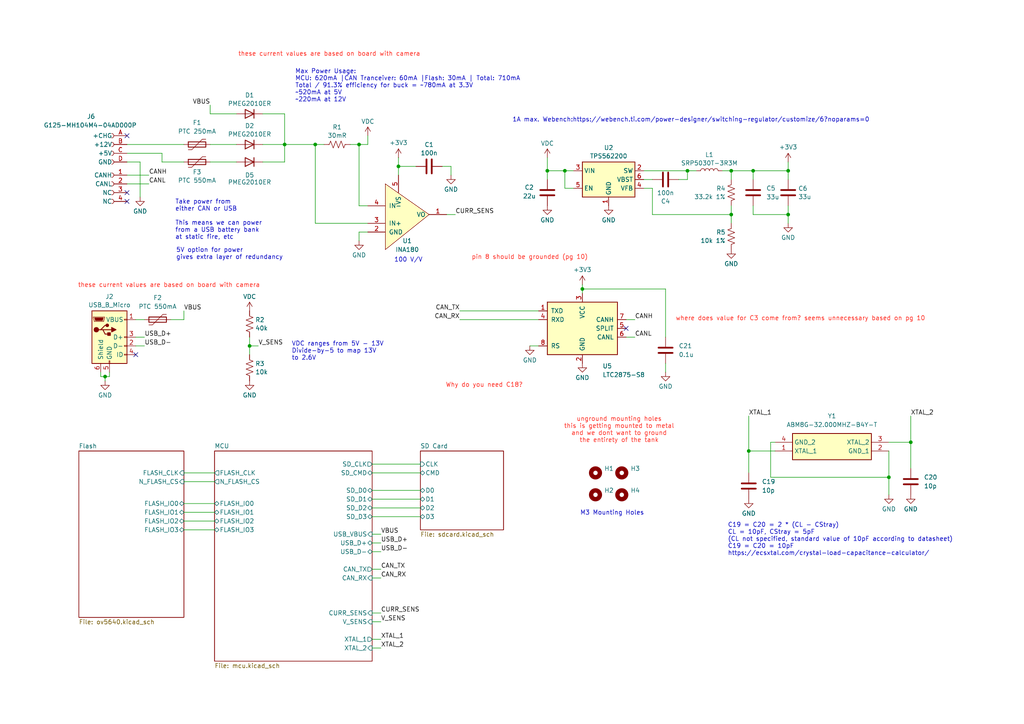
<source format=kicad_sch>
(kicad_sch (version 20250114) (generator "eeschema") (generator_version "9.0")
  (paper "A4")
  (lib_symbols
    (symbol "ABM8G-32_000MHZ-B4Y-T:ABM8G-32.000MHZ-B4Y-T"
      (property "Reference" "Y" (at 29.21 7.62 0))
      (property "Value" "ABM8G-32.000MHZ-B4Y-T" (at 29.21 5.08 0))
      (symbol "ABM8G-32.000MHZ-B4Y-T_1_1"
        (rectangle (start 5.08 2.54) (end 27.94 -5.08) (stroke (width 0.254)) (fill (type background)))
        (pin passive line (at 0 0 0) (length 5.08) (name "GND_2") (number "4"))
        (pin passive line (at 0 -2.54 0) (length 5.08) (name "XTAL_1") (number "1"))
        (pin passive line (at 33.02 0 180) (length 5.08) (name "XTAL_2") (number "3"))
        (pin passive line (at 33.02 -2.54 180) (length 5.08) (name "GND_1") (number "2"))
      )
    )
    (symbol "Connector:USB_B_Micro" (pin_names (offset 1.016))
      (property "Reference" "J" (at -5.08 11.43 0))
      (property "Value" "USB_B_Micro" (at -5.08 8.89 0))
      (symbol "USB_B_Micro_0_1"
        (rectangle (start -5.08 -7.62) (end 5.08 7.62) (stroke (width 0.254)) (fill (type background)))
        (polyline (pts (xy -4.699 5.842) (xy -4.699 5.588) (xy -4.445 4.826) (xy -4.445 4.572) (xy -1.651 4.572) (xy -1.651 4.826) (xy -1.397 5.588) (xy -1.397 5.842) (xy -4.699 5.842)))
        (polyline (pts (xy -4.318 5.588) (xy -1.778 5.588) (xy -2.032 4.826) (xy -4.064 4.826) (xy -4.318 5.588)) (fill (type outline)))
        (circle (center -3.81 2.159) (radius 0.635) (stroke (width 0.254)) (fill (type outline)))
        (polyline (pts (xy -3.175 2.159) (xy -2.54 2.159) (xy -1.27 3.429) (xy -0.635 3.429)) (stroke (width 0.254)))
        (polyline (pts (xy -2.54 2.159) (xy -1.905 2.159) (xy -1.27 0.889) (xy 0 0.889)) (stroke (width 0.254)))
        (polyline (pts (xy -1.905 2.159) (xy 0.635 2.159)) (stroke (width 0.254)))
        (circle (center -0.635 3.429) (radius 0.381) (stroke (width 0.254)) (fill (type outline)))
        (rectangle (start -0.127 -7.62) (end 0.127 -6.858))
        (rectangle (start 0.254 1.27) (end -0.508 0.508) (stroke (width 0.254)) (fill (type outline)))
        (polyline (pts (xy 0.635 2.794) (xy 0.635 1.524) (xy 1.905 2.159) (xy 0.635 2.794)) (stroke (width 0.254)) (fill (type outline)))
        (rectangle (start 5.08 4.953) (end 4.318 5.207))
        (rectangle (start 5.08 -0.127) (end 4.318 0.127))
        (rectangle (start 5.08 -2.667) (end 4.318 -2.413))
        (rectangle (start 5.08 -5.207) (end 4.318 -4.953))
      )
      (symbol "USB_B_Micro_1_1"
        (pin passive line (at -2.54 -10.16 90) (length 2.54) (name "Shield") (number "6"))
        (pin power_out line (at 0 -10.16 90) (length 2.54) (name "GND") (number "5"))
        (pin power_out line (at 7.62 5.08 180) (length 2.54) (name "VBUS") (number "1"))
        (pin bidirectional line (at 7.62 0 180) (length 2.54) (name "D+") (number "3"))
        (pin bidirectional line (at 7.62 -2.54 180) (length 2.54) (name "D-") (number "2"))
        (pin passive line (at 7.62 -5.08 180) (length 2.54) (name "ID") (number "4"))
      )
    )
    (symbol "Device:C" (pin_numbers (hide yes)) (pin_names (offset 0.254))
      (property "Reference" "C" (at 0.635 2.54 0))
      (property "Value" "C" (at 0.635 -2.54 0))
      (symbol "C_0_1"
        (polyline (pts (xy -2.032 0.762) (xy 2.032 0.762)) (stroke (width 0.508)))
        (polyline (pts (xy -2.032 -0.762) (xy 2.032 -0.762)) (stroke (width 0.508)))
      )
      (symbol "C_1_1"
        (pin passive line (at 0 3.81 270) (length 2.794) (name "~") (number "1"))
        (pin passive line (at 0 -3.81 90) (length 2.794) (name "~") (number "2"))
      )
    )
    (symbol "Device:D" (pin_numbers (hide yes)) (pin_names (offset 1.016) (hide yes))
      (property "Reference" "D" (at 0 2.54 0))
      (property "Value" "D" (at 0 -2.54 0))
      (symbol "D_0_1"
        (polyline (pts (xy -1.27 1.27) (xy -1.27 -1.27)) (stroke (width 0.254)))
        (polyline (pts (xy 1.27 1.27) (xy 1.27 -1.27) (xy -1.27 0) (xy 1.27 1.27)) (stroke (width 0.254)))
        (polyline (pts (xy 1.27 0) (xy -1.27 0)))
      )
      (symbol "D_1_1"
        (pin passive line (at -3.81 0 0) (length 2.54) (name "K") (number "1"))
        (pin passive line (at 3.81 0 180) (length 2.54) (name "A") (number "2"))
      )
    )
    (symbol "Device:L" (pin_numbers (hide yes)) (pin_names (offset 1.016) (hide yes))
      (property "Reference" "L" (at -1.27 0 90))
      (property "Value" "L" (at 1.905 0 90))
      (symbol "L_0_1"
        (arc (start 0 2.54) (mid 0.6323 1.905) (end 0 1.27))
        (arc (start 0 1.27) (mid 0.6323 0.635) (end 0 0))
        (arc (start 0 0) (mid 0.6323 -0.635) (end 0 -1.27))
        (arc (start 0 -1.27) (mid 0.6323 -1.905) (end 0 -2.54))
      )
      (symbol "L_1_1"
        (pin passive line (at 0 3.81 270) (length 1.27) (name "1") (number "1"))
        (pin passive line (at 0 -3.81 90) (length 1.27) (name "2") (number "2"))
      )
    )
    (symbol "Device:Polyfuse" (pin_numbers (hide yes)) (pin_names (offset 0))
      (property "Reference" "F" (at -2.54 0 90))
      (property "Value" "Polyfuse" (at 2.54 0 90))
      (symbol "Polyfuse_0_1"
        (polyline (pts (xy -1.524 2.54) (xy -1.524 1.524) (xy 1.524 -1.524) (xy 1.524 -2.54)))
        (rectangle (start -0.762 2.54) (end 0.762 -2.54) (stroke (width 0.254)))
        (polyline (pts (xy 0 2.54) (xy 0 -2.54)))
      )
      (symbol "Polyfuse_1_1"
        (pin passive line (at 0 3.81 270) (length 1.27) (name "~") (number "1"))
        (pin passive line (at 0 -3.81 90) (length 1.27) (name "~") (number "2"))
      )
    )
    (symbol "Device:R_US" (pin_numbers (hide yes)) (pin_names (offset 0))
      (property "Reference" "R" (at 2.54 0 90))
      (property "Value" "R_US" (at -2.54 0 90))
      (symbol "R_US_0_1"
        (polyline (pts (xy 0 2.286) (xy 0 2.54)))
        (polyline (pts (xy 0 2.286) (xy 1.016 1.905) (xy 0 1.524) (xy -1.016 1.143) (xy 0 0.762)))
        (polyline (pts (xy 0 0.762) (xy 1.016 0.381) (xy 0 0) (xy -1.016 -0.381) (xy 0 -0.762)))
        (polyline (pts (xy 0 -0.762) (xy 1.016 -1.143) (xy 0 -1.524) (xy -1.016 -1.905) (xy 0 -2.286)))
        (polyline (pts (xy 0 -2.286) (xy 0 -2.54)))
      )
      (symbol "R_US_1_1"
        (pin passive line (at 0 3.81 270) (length 1.27) (name "~") (number "1"))
        (pin passive line (at 0 -3.81 90) (length 1.27) (name "~") (number "2"))
      )
    )
    (symbol "Interface_CAN_LIN:LTC2875-S8" (pin_names (offset 1.016))
      (property "Reference" "U" (at -10.16 8.89 0))
      (property "Value" "LTC2875-S8" (at 2.54 8.89 0))
      (symbol "LTC2875-S8_0_1"
        (rectangle (start -10.16 7.62) (end 10.16 -7.62) (stroke (width 0.254)) (fill (type background)))
      )
      (symbol "LTC2875-S8_1_1"
        (pin input line (at -12.7 5.08 0) (length 2.54) (name "TXD") (number "1"))
        (pin output line (at -12.7 2.54 0) (length 2.54) (name "RXD") (number "4"))
        (pin input line (at -12.7 -5.08 0) (length 2.54) (name "RS") (number "8"))
        (pin power_in line (at 0 10.16 270) (length 2.54) (name "VCC") (number "3"))
        (pin power_in line (at 0 -10.16 90) (length 2.54) (name "GND") (number "2"))
        (pin bidirectional line (at 12.7 2.54 180) (length 2.54) (name "CANH") (number "7"))
        (pin input line (at 12.7 0 180) (length 2.54) (name "SPLIT") (number "5"))
        (pin bidirectional line (at 12.7 -2.54 180) (length 2.54) (name "CANL") (number "6"))
      )
    )
    (symbol "Mechanical:MountingHole" (pin_names (offset 1.016)) (in_bom no)
      (property "Reference" "H" (at 0 5.08 0))
      (property "Value" "MountingHole" (at 0 3.175 0))
      (symbol "MountingHole_0_1"
        (circle (center 0 0) (radius 1.27) (stroke (width 1.27)))
      )
    )
    (symbol "Regulator_Switching:TPS562200"
      (property "Reference" "U" (at -7.62 6.35 0))
      (property "Value" "TPS562200" (at -2.54 6.35 0))
      (symbol "TPS562200_0_1"
        (rectangle (start -7.62 5.08) (end 7.62 -5.08) (stroke (width 0.254)) (fill (type background)))
      )
      (symbol "TPS562200_1_1"
        (pin power_in line (at -10.16 2.54 0) (length 2.54) (name "VIN") (number "3"))
        (pin input line (at -10.16 -2.54 0) (length 2.54) (name "EN") (number "5"))
        (pin power_in line (at 0 -7.62 90) (length 2.54) (name "GND") (number "1"))
        (pin output line (at 10.16 2.54 180) (length 2.54) (name "SW") (number "2"))
        (pin passive line (at 10.16 0 180) (length 2.54) (name "VBST") (number "6"))
        (pin input line (at 10.16 -2.54 180) (length 2.54) (name "VFB") (number "4"))
      )
    )
    (symbol "canhw:G125-MH104M4-04AD000P"
      (property "Reference" "J" (at 0 2.032 0))
      (property "Value" "G125-MH104M4-04AD000P" (at 0 0 0))
      (symbol "G125-MH104M4-04AD000P_0_1"
        (arc (start -1.905 -3.175) (mid -1.27 -3.81) (end -1.905 -4.445))
        (arc (start -1.905 -5.715) (mid -1.27 -6.35) (end -1.905 -6.985))
        (arc (start -1.905 -8.255) (mid -1.27 -8.89) (end -1.905 -9.525))
        (arc (start -1.905 -10.795) (mid -1.27 -11.43) (end -1.905 -12.065))
        (arc (start -1.905 -14.605) (mid -1.27 -15.24) (end -1.905 -15.875))
        (arc (start -1.905 -17.145) (mid -1.27 -17.78) (end -1.905 -18.415))
        (arc (start -1.905 -19.685) (mid -1.27 -20.32) (end -1.905 -20.955))
        (arc (start -1.905 -22.225) (mid -1.27 -22.86) (end -1.905 -23.495))
      )
      (symbol "G125-MH104M4-04AD000P_1_1"
        (pin input line (at 2.54 -3.81 180) (length 3.81) (name "+CHG") (number "A"))
        (pin input line (at 2.54 -6.35 180) (length 3.81) (name "+12V") (number "B"))
        (pin input line (at 2.54 -8.89 180) (length 3.81) (name "+5V") (number "C"))
        (pin input line (at 2.54 -11.43 180) (length 3.81) (name "GND") (number "D"))
        (pin input line (at 2.54 -15.24 180) (length 3.81) (name "CANH") (number "1"))
        (pin input line (at 2.54 -17.78 180) (length 3.81) (name "CANL") (number "2"))
        (pin input line (at 2.54 -20.32 180) (length 3.81) (name "NC") (number "3"))
        (pin input line (at 2.54 -22.86 180) (length 3.81) (name "NC") (number "4"))
      )
    )
    (symbol "canhw:INA180" (pin_names (offset 1.016))
      (property "Reference" "U" (at -5.08 13.97 0))
      (property "Value" "INA180" (at -11.43 15.24 0))
      (symbol "INA180_0_1"
        (polyline (pts (xy -7.62 8.89) (xy -7.62 -10.16) (xy 5.08 0)) (fill (type background)))
        (polyline (pts (xy 5.08 0) (xy -7.62 8.89)))
      )
      (symbol "INA180_1_1"
        (pin input line (at -12.7 2.54 0) (length 5.08) (name "IN-") (number "4"))
        (pin input line (at -12.7 -2.54 0) (length 5.08) (name "IN+") (number "3"))
        (pin power_in line (at -12.7 -5.08 0) (length 5.08) (name "GND") (number "2"))
        (pin power_in line (at -3.81 11.43 270) (length 5.08) (name "VS") (number "5"))
        (pin output line (at 10.16 0 180) (length 5.08) (name "VO") (number "1"))
      )
    )
    (symbol "power:+3.3V" (power) (pin_numbers (hide yes)) (pin_names (offset 0) (hide yes))
      (property "Value" "+3.3V" (at 0 3.556 0))
      (symbol "+3.3V_0_1"
        (polyline (pts (xy -0.762 1.27) (xy 0 2.54)))
        (polyline (pts (xy 0 2.54) (xy 0.762 1.27)))
        (polyline (pts (xy 0 0) (xy 0 2.54)))
      )
      (symbol "+3.3V_1_1"
        (pin power_in line (at 0 0 90) (length 0) (name "~") (number "1"))
      )
    )
    (symbol "power:GND" (power) (pin_names (offset 0))
      (property "Value" "GND" (at 0 -3.81 0))
      (symbol "GND_0_1"
        (polyline (pts (xy 0 0) (xy 0 -1.27) (xy 1.27 -1.27) (xy 0 -2.54) (xy -1.27 -1.27) (xy 0 -1.27)))
      )
      (symbol "GND_1_1"
        (pin power_in line (at 0 0 270) (length 0) (hide yes) (name "GND") (number "1"))
      )
    )
    (symbol "power:VDC" (power) (pin_names (offset 0))
      (property "Value" "VDC" (at 0 6.35 0))
      (symbol "VDC_0_1"
        (polyline (pts (xy -0.762 1.27) (xy 0 2.54)))
        (polyline (pts (xy 0 2.54) (xy 0.762 1.27)))
        (polyline (pts (xy 0 0) (xy 0 2.54)))
      )
      (symbol "VDC_1_1"
        (pin power_in line (at 0 0 90) (length 0) (hide yes) (name "VDC") (number "1"))
      )
    )
  )
  (text "unground mounting holes\nthis is getting mounted to metal\nand we dont want to ground\nthe entirety of the tank" (at 179.578 124.714 0) (effects (font (size 1.27 1.27))))
  (text "5V option for power\ngives extra layer of redundancy\n" (at 51.054 73.66 0) (effects (font (size 1.27 1.27)) (justify left)))
  (text "pin 8 should be grounded (pg 10)" (at 153.67 74.676 0) (effects (font (size 1.27 1.27))))
  (text "C19 = C20 = 2 * (CL - CStray)\nCL = 10pF, CStray = 5pF \n(CL not specified, standard value of 10pF according to datasheet)\nC19 = C20 = 10pF\nhttps://ecsxtal.com/crystal-load-capacitance-calculator/" (at 211.074 156.464 0) (effects (font (size 1.27 1.27)) (justify left)))
  (text "VDC ranges from 5V - 13V\nDivide-by-5 to map 13V\nto 2.6V" (at 84.582 104.648 0) (effects (font (size 1.27 1.27)) (justify left bottom)))
  (text "these current values are based on board with camera" (at 95.504 15.748 0) (effects (font (size 1.27 1.27))))
  (text "100 V/V" (at 114.3 76.2 0) (effects (font (size 1.27 1.27)) (justify left bottom)))
  (text "these current values are based on board with camera" (at 49.022 82.804 0) (effects (font (size 1.27 1.27))))
  (text "Why do you need C18?" (at 140.462 111.76 0) (effects (font (size 1.27 1.27))))
  (text "1A max. Webench:https://webench.ti.com/power-designer/switching-regulator/customize/6?noparams=0" (at 148.59 35.56 0) (effects (font (size 1.27 1.27)) (justify left bottom)))
  (text "M3 Mounting Holes" (at 177.546 148.844 0) (effects (font (size 1.27 1.27))))
  (text "Max Power Usage:\nMCU: 620mA |CAN Tranceiver: 60mA |Flash: 30mA | Total: 710mA\nTotal / 91.3% efficiency for buck = ~780mA at 3.3V\n~520mA at 5V\n~220mA at 12V" (at 85.598 24.892 0) (effects (font (size 1.27 1.27)) (justify left)))
  (text "where does value for C3 come from? seems unnecessary based on pg 10" (at 232.156 92.456 0) (effects (font (size 1.27 1.27))))
  (text "Take power from\neither CAN or USB\n\nThis means we can power\nfrom a USB battery bank\nat static fire, etc" (at 50.8 69.596 0) (effects (font (size 1.27 1.27)) (justify left bottom)))
  (junction (at 257.81 138.43))
  (junction (at 218.44 49.53))
  (junction (at 30.48 109.22))
  (junction (at 212.09 62.23))
  (junction (at 72.39 100.33))
  (junction (at 115.57 48.26))
  (junction (at 168.91 83.82))
  (junction (at 212.09 49.53))
  (junction (at 199.39 49.53))
  (junction (at 228.6 49.53))
  (junction (at 158.75 49.53))
  (junction (at 91.44 41.91))
  (junction (at 217.17 130.81))
  (junction (at 104.14 41.91))
  (junction (at 82.55 41.91))
  (junction (at 264.16 128.27))
  (junction (at 163.83 49.53))
  (junction (at 228.6 62.23))
  (no_connect (at 36.83 55.88))
  (no_connect (at 36.83 39.37))
  (no_connect (at 36.83 58.42))
  (no_connect (at 181.61 95.25))
  (no_connect (at 39.37 102.87))
  (wire (pts (xy 181.61 97.79) (xy 184.15 97.79)))
  (wire (pts (xy 60.96 30.48) (xy 60.96 33.02)))
  (wire (pts (xy 107.95 187.96) (xy 110.49 187.96)))
  (wire (pts (xy 166.37 49.53) (xy 163.83 49.53)))
  (wire (pts (xy 30.48 109.22) (xy 30.48 110.49)))
  (wire (pts (xy 218.44 49.53) (xy 218.44 52.07)))
  (wire (pts (xy 43.18 50.8) (xy 36.83 50.8)))
  (wire (pts (xy 264.16 128.27) (xy 257.81 128.27)))
  (wire (pts (xy 158.75 49.53) (xy 163.83 49.53)))
  (wire (pts (xy 228.6 62.23) (xy 228.6 64.77)))
  (wire (pts (xy 257.81 138.43) (xy 257.81 130.81)))
  (wire (pts (xy 133.35 92.71) (xy 156.21 92.71)))
  (wire (pts (xy 36.83 44.45) (xy 46.99 44.45)))
  (wire (pts (xy 158.75 49.53) (xy 158.75 52.07)))
  (wire (pts (xy 218.44 62.23) (xy 228.6 62.23)))
  (wire (pts (xy 60.96 41.91) (xy 68.58 41.91)))
  (wire (pts (xy 31.75 107.95) (xy 31.75 109.22)))
  (wire (pts (xy 53.34 139.7) (xy 62.23 139.7)))
  (wire (pts (xy 212.09 62.23) (xy 212.09 64.77)))
  (wire (pts (xy 72.39 97.79) (xy 72.39 100.33)))
  (wire (pts (xy 199.39 49.53) (xy 201.93 49.53)))
  (wire (pts (xy 228.6 46.99) (xy 228.6 49.53)))
  (wire (pts (xy 199.39 52.07) (xy 196.85 52.07)))
  (wire (pts (xy 168.91 83.82) (xy 168.91 85.09)))
  (wire (pts (xy 30.48 109.22) (xy 31.75 109.22)))
  (wire (pts (xy 101.6 41.91) (xy 104.14 41.91)))
  (wire (pts (xy 53.34 137.16) (xy 62.23 137.16)))
  (wire (pts (xy 110.49 160.02) (xy 107.95 160.02)))
  (wire (pts (xy 133.35 90.17) (xy 156.21 90.17)))
  (wire (pts (xy 107.95 144.78) (xy 121.92 144.78)))
  (wire (pts (xy 53.34 153.67) (xy 62.23 153.67)))
  (wire (pts (xy 107.95 180.34) (xy 110.49 180.34)))
  (wire (pts (xy 82.55 41.91) (xy 82.55 33.02)))
  (wire (pts (xy 46.99 46.99) (xy 53.34 46.99)))
  (wire (pts (xy 107.95 149.86) (xy 121.92 149.86)))
  (wire (pts (xy 36.83 46.99) (xy 40.64 46.99)))
  (wire (pts (xy 46.99 44.45) (xy 46.99 46.99)))
  (wire (pts (xy 115.57 45.72) (xy 115.57 48.26)))
  (wire (pts (xy 257.81 138.43) (xy 257.81 143.51)))
  (wire (pts (xy 53.34 146.05) (xy 62.23 146.05)))
  (wire (pts (xy 218.44 59.69) (xy 218.44 62.23)))
  (wire (pts (xy 53.34 148.59) (xy 62.23 148.59)))
  (wire (pts (xy 130.81 50.8) (xy 130.81 48.26)))
  (wire (pts (xy 53.34 151.13) (xy 62.23 151.13)))
  (wire (pts (xy 104.14 67.31) (xy 106.68 67.31)))
  (wire (pts (xy 158.75 45.72) (xy 158.75 49.53)))
  (wire (pts (xy 189.23 62.23) (xy 212.09 62.23)))
  (wire (pts (xy 212.09 49.53) (xy 218.44 49.53)))
  (wire (pts (xy 168.91 82.55) (xy 168.91 83.82)))
  (wire (pts (xy 72.39 100.33) (xy 72.39 102.87)))
  (wire (pts (xy 107.95 154.94) (xy 110.49 154.94)))
  (wire (pts (xy 107.95 137.16) (xy 121.92 137.16)))
  (wire (pts (xy 41.91 97.79) (xy 39.37 97.79)))
  (wire (pts (xy 76.2 41.91) (xy 82.55 41.91)))
  (wire (pts (xy 29.21 109.22) (xy 30.48 109.22)))
  (wire (pts (xy 199.39 52.07) (xy 199.39 49.53)))
  (wire (pts (xy 43.18 53.34) (xy 36.83 53.34)))
  (wire (pts (xy 107.95 165.1) (xy 110.49 165.1)))
  (wire (pts (xy 39.37 92.71) (xy 41.91 92.71)))
  (wire (pts (xy 193.04 83.82) (xy 193.04 97.79)))
  (wire (pts (xy 104.14 69.85) (xy 104.14 67.31)))
  (wire (pts (xy 153.67 100.33) (xy 156.21 100.33)))
  (wire (pts (xy 228.6 59.69) (xy 228.6 62.23)))
  (wire (pts (xy 110.49 157.48) (xy 107.95 157.48)))
  (wire (pts (xy 193.04 105.41) (xy 193.04 107.95)))
  (wire (pts (xy 107.95 134.62) (xy 121.92 134.62)))
  (wire (pts (xy 41.91 100.33) (xy 39.37 100.33)))
  (wire (pts (xy 82.55 46.99) (xy 82.55 41.91)))
  (wire (pts (xy 53.34 92.71) (xy 49.53 92.71)))
  (wire (pts (xy 217.17 130.81) (xy 224.79 130.81)))
  (wire (pts (xy 163.83 54.61) (xy 166.37 54.61)))
  (wire (pts (xy 53.34 90.17) (xy 53.34 92.71)))
  (wire (pts (xy 130.81 48.26) (xy 128.27 48.26)))
  (wire (pts (xy 264.16 120.65) (xy 264.16 128.27)))
  (wire (pts (xy 228.6 52.07) (xy 228.6 49.53)))
  (wire (pts (xy 228.6 49.53) (xy 218.44 49.53)))
  (wire (pts (xy 36.83 41.91) (xy 53.34 41.91)))
  (wire (pts (xy 60.96 46.99) (xy 68.58 46.99)))
  (wire (pts (xy 217.17 130.81) (xy 217.17 137.16)))
  (wire (pts (xy 163.83 49.53) (xy 163.83 54.61)))
  (wire (pts (xy 106.68 39.37) (xy 106.68 41.91)))
  (wire (pts (xy 168.91 83.82) (xy 193.04 83.82)))
  (wire (pts (xy 189.23 52.07) (xy 186.69 52.07)))
  (wire (pts (xy 107.95 147.32) (xy 121.92 147.32)))
  (wire (pts (xy 212.09 52.07) (xy 212.09 49.53)))
  (wire (pts (xy 223.52 138.43) (xy 257.81 138.43)))
  (wire (pts (xy 106.68 64.77) (xy 91.44 64.77)))
  (wire (pts (xy 40.64 57.15) (xy 40.64 46.99)))
  (wire (pts (xy 264.16 128.27) (xy 264.16 135.89)))
  (wire (pts (xy 223.52 128.27) (xy 224.79 128.27)))
  (wire (pts (xy 104.14 59.69) (xy 104.14 41.91)))
  (wire (pts (xy 29.21 107.95) (xy 29.21 109.22)))
  (wire (pts (xy 189.23 54.61) (xy 189.23 62.23)))
  (wire (pts (xy 186.69 54.61) (xy 189.23 54.61)))
  (wire (pts (xy 72.39 100.33) (xy 74.93 100.33)))
  (wire (pts (xy 107.95 177.8) (xy 110.49 177.8)))
  (wire (pts (xy 181.61 92.71) (xy 184.15 92.71)))
  (wire (pts (xy 223.52 128.27) (xy 223.52 138.43)))
  (wire (pts (xy 132.08 62.23) (xy 129.54 62.23)))
  (wire (pts (xy 76.2 46.99) (xy 82.55 46.99)))
  (wire (pts (xy 186.69 49.53) (xy 199.39 49.53)))
  (wire (pts (xy 209.55 49.53) (xy 212.09 49.53)))
  (wire (pts (xy 82.55 33.02) (xy 76.2 33.02)))
  (wire (pts (xy 107.95 167.64) (xy 110.49 167.64)))
  (wire (pts (xy 212.09 59.69) (xy 212.09 62.23)))
  (wire (pts (xy 106.68 59.69) (xy 104.14 59.69)))
  (wire (pts (xy 104.14 41.91) (xy 106.68 41.91)))
  (wire (pts (xy 91.44 41.91) (xy 93.98 41.91)))
  (wire (pts (xy 82.55 41.91) (xy 91.44 41.91)))
  (wire (pts (xy 60.96 33.02) (xy 68.58 33.02)))
  (wire (pts (xy 107.95 142.24) (xy 121.92 142.24)))
  (wire (pts (xy 91.44 64.77) (xy 91.44 41.91)))
  (wire (pts (xy 115.57 48.26) (xy 120.65 48.26)))
  (wire (pts (xy 115.57 48.26) (xy 115.57 50.8)))
  (wire (pts (xy 217.17 120.65) (xy 217.17 130.81)))
  (wire (pts (xy 107.95 185.42) (xy 110.49 185.42)))
  (label "CANH" (at 184.15 92.71 0))
  (label "USB_D-" (at 41.91 100.33 0))
  (label "USB_D-" (at 110.49 160.02 0))
  (label "CAN_TX" (at 110.49 165.1 0))
  (label "XTAL_1" (at 110.49 185.42 0))
  (label "VBUS" (at 60.96 30.48 180))
  (label "VBUS" (at 53.34 90.17 0))
  (label "VBUS" (at 110.49 154.94 0))
  (label "CANL" (at 43.18 53.34 0))
  (label "CAN_TX" (at 133.35 90.17 180))
  (label "USB_D+" (at 41.91 97.79 0))
  (label "CURR_SENS" (at 132.08 62.23 0))
  (label "CANL" (at 184.15 97.79 0))
  (label "XTAL_1" (at 217.17 120.65 0))
  (label "CANH" (at 43.18 50.8 0))
  (label "XTAL_2" (at 264.16 120.65 0))
  (label "V_SENS" (at 74.93 100.33 0))
  (label "CAN_RX" (at 110.49 167.64 0))
  (label "CURR_SENS" (at 110.49 177.8 0))
  (label "XTAL_2" (at 110.49 187.96 0))
  (label "CAN_RX" (at 133.35 92.71 180))
  (label "V_SENS" (at 110.49 180.34 0))
  (label "USB_D+" (at 110.49 157.48 0))
  (symbol (lib_id "Device:Polyfuse") (at 57.15 46.99 90) (unit 1)
    (property "Reference" "F3" (at 57.15 49.8998 90))
    (property "Value" "PTC 550mA" (at 57.15 52.324 90))
    (property "Footprint" "Fuse:Fuse_1206_3216Metric_Pad1.42x1.75mm_HandSolder" (effects (hide yes)))
  )
  (symbol (lib_id "power:GND") (at 40.64 57.15 0) (unit 1)
    (property "Reference" "#PWR03" (effects (hide yes)))
    (property "Value" "GND" (at 40.64 61.2831 0))
  )
  (symbol (lib_id "power:GND") (at 257.81 143.51 0) (unit 1)
    (property "Reference" "#PWR038" (effects (hide yes)))
    (property "Value" "GND" (at 257.81 147.6431 0))
  )
  (symbol (lib_id "Device:L") (at 205.74 49.53 90) (unit 1)
    (property "Reference" "L1" (at 205.74 44.8804 90))
    (property "Value" "SRP5030T-3R3M" (at 205.74 47.3046 90))
    (property "Footprint" "Inductor_SMD:L_Bourns_SRP5030T" (effects (hide yes)))
  )
  (symbol (lib_id "power:GND") (at 217.17 144.78 0) (unit 1)
    (property "Reference" "#PWR037" (effects (hide yes)))
    (property "Value" "GND" (at 217.17 148.9131 0))
  )
  (symbol (lib_id "power:GND") (at 212.09 72.39 0) (unit 1)
    (property "Reference" "#PWR017" (effects (hide yes)))
    (property "Value" "GND" (at 212.09 76.5231 0))
  )
  (symbol (lib_id "Device:D") (at 72.39 46.99 180) (unit 1)
    (property "Reference" "D5" (at 72.39 50.8 0))
    (property "Value" "PMEG2010ER" (at 72.39 52.832 0))
    (property "Footprint" "Diode_SMD:Nexperia_CFP3_SOD-123W" (effects (hide yes)))
    (property "Datasheet" "https://assets.nexperia.com/documents/data-sheet/PMEG2010ER.pdf" (effects (hide yes)))
    (property "Sim.Device" "D" (effects (hide yes)))
    (property "Sim.Pins" "1=K 2=A" (effects (hide yes)))
  )
  (symbol (lib_id "power:GND") (at 72.39 110.49 0) (unit 1)
    (property "Reference" "#PWR05" (effects (hide yes)))
    (property "Value" "GND" (at 72.39 114.6231 0))
  )
  (symbol (lib_id "canhw:INA180") (at 119.38 62.23 0) (unit 1)
    (property "Reference" "U1" (at 118.11 69.85 0))
    (property "Value" "INA180" (at 118.11 72.39 0))
    (property "Footprint" "Package_TO_SOT_SMD:SOT-23-5_HandSoldering" (effects (hide yes)))
    (property "Datasheet" "http://www.ti.com/lit/ds/symlink/ina180.pdf" (effects (hide yes)))
  )
  (symbol (lib_id "power:GND") (at 228.6 64.77 0) (unit 1)
    (property "Reference" "#PWR019" (effects (hide yes)))
    (property "Value" "GND" (at 228.6 68.9031 0))
  )
  (symbol (lib_id "power:GND") (at 30.48 110.49 0) (unit 1)
    (property "Reference" "#PWR01" (effects (hide yes)))
    (property "Value" "GND" (at 30.48 114.6231 0))
  )
  (symbol (lib_id "Device:C") (at 228.6 55.88 0) (unit 1)
    (property "Reference" "C6" (at 231.521 54.6679 0) (effects (justify left)))
    (property "Value" "33u" (at 231.521 57.0921 0) (effects (justify left)))
    (property "Footprint" "Capacitor_SMD:C_0603_1608Metric_Pad1.08x0.95mm_HandSolder" (effects (hide yes)))
  )
  (symbol (lib_id "power:GND") (at 158.75 59.69 0) (mirror y) (unit 1)
    (property "Reference" "#PWR011" (effects (hide yes)))
    (property "Value" "GND" (at 158.75 63.8231 0))
  )
  (symbol (lib_id "power:GND") (at 153.67 100.33 0) (unit 1)
    (property "Reference" "#PWR02" (effects (hide yes)))
    (property "Value" "GND" (at 153.67 104.4631 0))
  )
  (symbol (lib_id "Interface_CAN_LIN:LTC2875-S8") (at 168.91 95.25 0) (unit 1)
    (property "Reference" "U5" (at 174.752 106.172 0) (effects (justify left)))
    (property "Value" "LTC2875-S8" (at 174.752 108.712 0) (effects (justify left)))
    (property "Footprint" "Package_SO:SOIC-8_3.9x4.9mm_P1.27mm" (effects (hide yes)))
    (property "Datasheet" "https://www.analog.com/media/en/technical-documentation/data-sheets/2875f.pdf" (effects (hide yes)))
    (property "Description" "High-Speed CAN Transceiver, 4Mbps, 3.3V or 5V supply, SOIC-8" (effects (hide yes)))
  )
  (symbol (lib_id "power:GND") (at 176.53 59.69 0) (unit 1)
    (property "Reference" "#PWR013" (effects (hide yes)))
    (property "Value" "GND" (at 176.53 63.8231 0))
  )
  (symbol (lib_id "Device:Polyfuse") (at 57.15 41.91 90) (unit 1)
    (property "Reference" "F1" (at 57.15 35.56 90))
    (property "Value" "PTC 250mA" (at 57.15 38.1 90))
    (property "Footprint" "Fuse:Fuse_1206_3216Metric_Pad1.42x1.75mm_HandSolder" (effects (hide yes)))
  )
  (symbol (lib_id "power:+3.3V") (at 115.57 45.72 0) (unit 1)
    (property "Reference" "#PWR08" (effects (hide yes)))
    (property "Value" "+3V3" (at 115.57 41.402 0))
    (property "Description" "Power symbol creates a global label with name \"+3.3V\"" (effects (hide yes)))
  )
  (symbol (lib_id "Mechanical:MountingHole") (at 180.34 137.16 0) (unit 1) (in_bom no)
    (property "Reference" "H3" (at 182.88 135.8899 0) (effects (justify left)))
    (property "Value" "MountingHole" (effects (hide yes)))
    (property "Footprint" "MountingHole:MountingHole_3.2mm_M3" (effects (hide yes)))
    (property "Description" "Mounting Hole without connection" (effects (hide yes)))
  )
  (symbol (lib_id "Device:C") (at 217.17 140.97 0) (unit 1)
    (property "Reference" "C19" (at 220.98 139.6999 0) (effects (justify left)))
    (property "Value" "10p" (at 220.98 142.2399 0) (effects (justify left)))
    (property "Footprint" "Capacitor_SMD:C_0603_1608Metric_Pad1.08x0.95mm_HandSolder" (effects (hide yes)))
  )
  (symbol (lib_id "Device:D") (at 72.39 33.02 180) (unit 1)
    (property "Reference" "D1" (at 72.39 27.6057 0))
    (property "Value" "PMEG2010ER" (at 72.39 30.0299 0))
    (property "Footprint" "Diode_SMD:Nexperia_CFP3_SOD-123W" (effects (hide yes)))
    (property "Datasheet" "https://assets.nexperia.com/documents/data-sheet/PMEG2010ER.pdf" (effects (hide yes)))
    (property "Sim.Device" "D" (effects (hide yes)))
    (property "Sim.Pins" "1=K 2=A" (effects (hide yes)))
  )
  (symbol (lib_id "ABM8G-32_000MHZ-B4Y-T:ABM8G-32.000MHZ-B4Y-T") (at 224.79 128.27 0) (unit 1)
    (property "Reference" "Y1" (at 241.3 120.65 0))
    (property "Value" "ABM8G-32.000MHZ-B4Y-T" (at 241.3 123.19 0))
    (property "Footprint" "Crystal:Crystal_SMD_Abracon_ABM8AIG-4Pin_3.2x2.5mm" (effects (hide yes)))
    (property "Datasheet" "https://abracon.com/Resonators/ABM8G.pdf" (effects (hide yes)))
    (property "Description" "32 MHz +/-30ppm Crystal 10pF 50 Ohms 4-SMD, No Lead" (effects (hide yes)))
    (property "Height" "1" (effects (hide yes)))
    (property "Manufacturer_Name" "ABRACON" (effects (hide yes)))
    (property "Manufacturer_Part_Number" "ABM8G-32.000MHZ-B4Y-T" (effects (hide yes)))
  )
  (symbol (lib_id "power:+3.3V") (at 228.6 46.99 0) (unit 1)
    (property "Reference" "#PWR016" (effects (hide yes)))
    (property "Value" "+3V3" (at 228.6 42.672 0))
    (property "Description" "Power symbol creates a global label with name \"+3.3V\"" (effects (hide yes)))
  )
  (symbol (lib_id "Device:R_US") (at 212.09 68.58 0) (mirror y) (unit 1)
    (property "Reference" "R5" (at 210.439 67.3679 0) (effects (justify left)))
    (property "Value" "10k 1%" (at 210.439 69.7921 0) (effects (justify left)))
    (property "Footprint" "Resistor_SMD:R_0603_1608Metric_Pad0.98x0.95mm_HandSolder" (effects (hide yes)))
  )
  (symbol (lib_id "Mechanical:MountingHole") (at 172.72 143.51 0) (unit 1) (in_bom no)
    (property "Reference" "H2" (at 175.26 142.2399 0) (effects (justify left)))
    (property "Value" "MountingHole" (effects (hide yes)))
    (property "Footprint" "MountingHole:MountingHole_3.2mm_M3" (effects (hide yes)))
    (property "Description" "Mounting Hole without connection" (effects (hide yes)))
  )
  (symbol (lib_id "Device:C") (at 193.04 52.07 90) (mirror x) (unit 1)
    (property "Reference" "C4" (at 193.04 58.3733 90))
    (property "Value" "100n" (at 193.04 55.9491 90))
    (property "Footprint" "Capacitor_SMD:C_0603_1608Metric_Pad1.08x0.95mm_HandSolder" (effects (hide yes)))
  )
  (symbol (lib_id "power:VDC") (at 106.68 39.37 0) (unit 1)
    (property "Reference" "#PWR07" (effects (hide yes)))
    (property "Value" "VDC" (at 106.68 35.2369 0))
  )
  (symbol (lib_id "Device:C") (at 193.04 101.6 0) (unit 1)
    (property "Reference" "C21" (at 196.85 100.3299 0) (effects (justify left)))
    (property "Value" "0.1u" (at 196.85 102.8699 0) (effects (justify left)))
    (property "Footprint" "Capacitor_SMD:C_0603_1608Metric_Pad1.08x0.95mm_HandSolder" (effects (hide yes)))
  )
  (symbol (lib_id "Mechanical:MountingHole") (at 180.34 143.51 0) (unit 1) (in_bom no)
    (property "Reference" "H4" (at 182.88 142.2399 0) (effects (justify left)))
    (property "Value" "MountingHole" (effects (hide yes)))
    (property "Footprint" "MountingHole:MountingHole_3.2mm_M3" (effects (hide yes)))
    (property "Description" "Mounting Hole without connection" (effects (hide yes)))
  )
  (symbol (lib_id "power:VDC") (at 72.39 90.17 0) (unit 1)
    (property "Reference" "#PWR04" (effects (hide yes)))
    (property "Value" "VDC" (at 72.39 86.0369 0))
  )
  (symbol (lib_id "canhw:G125-MH104M4-04AD000P") (at 34.29 35.56 0) (unit 1)
    (property "Reference" "J6" (at 26.416 33.782 0))
    (property "Value" "G125-MH104M4-04AD000P" (at 26.162 36.322 0))
    (property "Footprint" "canhw_footprints:connector_Harwin_G125-MH104M4-04AD000P" (effects (hide yes)))
    (property "Datasheet" "https://content.harwin.com/m/91a65d72bc24bdea/original/DRG-03150-Technical-Drawing-Datasheet-G125-MH1XXM4-XXAD000P-pdf.pdf" (effects (hide yes)))
    (property "Description" "4+4 Pos. Male Horizontal Throughboard Conn. Screw-Lok Board Mount" (effects (hide yes)))
  )
  (symbol (lib_id "Connector:USB_B_Micro") (at 31.75 97.79 0) (unit 1)
    (property "Reference" "J2" (at 31.75 86.0257 0))
    (property "Value" "USB_B_Micro" (at 31.75 88.4499 0))
    (property "Footprint" "Connector_USB:USB_Micro-B_Molex_47346-0001" (effects (hide yes)))
  )
  (symbol (lib_id "Device:R_US") (at 212.09 55.88 0) (mirror y) (unit 1)
    (property "Reference" "R4" (at 210.439 54.6679 0) (effects (justify left)))
    (property "Value" "33.2k 1%" (at 210.439 57.0921 0) (effects (justify left)))
    (property "Footprint" "Resistor_SMD:R_0603_1608Metric_Pad0.98x0.95mm_HandSolder" (effects (hide yes)))
  )
  (symbol (lib_id "Device:C") (at 158.75 55.88 0) (mirror y) (unit 1)
    (property "Reference" "C2" (at 152.146 54.356 0) (effects (justify right)))
    (property "Value" "22u" (at 151.638 56.896 0) (effects (justify right)))
    (property "Footprint" "Capacitor_SMD:C_0603_1608Metric_Pad1.08x0.95mm_HandSolder" (effects (hide yes)))
  )
  (symbol (lib_id "Mechanical:MountingHole") (at 172.72 137.16 0) (unit 1) (in_bom no)
    (property "Reference" "H1" (at 175.26 135.8899 0) (effects (justify left)))
    (property "Value" "MountingHole" (effects (hide yes)))
    (property "Footprint" "MountingHole:MountingHole_3.2mm_M3" (effects (hide yes)))
    (property "Description" "Mounting Hole without connection" (effects (hide yes)))
  )
  (symbol (lib_id "power:GND") (at 104.14 69.85 0) (unit 1)
    (property "Reference" "#PWR06" (effects (hide yes)))
    (property "Value" "GND" (at 104.14 73.9831 0))
  )
  (symbol (lib_id "Device:C") (at 218.44 55.88 0) (unit 1)
    (property "Reference" "C5" (at 222.25 54.6099 0) (effects (justify left)))
    (property "Value" "33u" (at 222.25 57.1499 0) (effects (justify left)))
    (property "Footprint" "Capacitor_SMD:C_0603_1608Metric_Pad1.08x0.95mm_HandSolder" (effects (hide yes)))
  )
  (symbol (lib_id "Device:R_US") (at 97.79 41.91 90) (unit 1)
    (property "Reference" "R1" (at 97.79 36.8767 90))
    (property "Value" "30mR" (at 97.79 39.3009 90))
    (property "Footprint" "Resistor_SMD:R_0603_1608Metric_Pad0.98x0.95mm_HandSolder" (effects (hide yes)))
  )
  (symbol (lib_id "power:GND") (at 168.91 105.41 0) (unit 1)
    (property "Reference" "#PWR040" (effects (hide yes)))
    (property "Value" "GND" (at 168.91 109.5431 0))
  )
  (symbol (lib_id "Device:D") (at 72.39 41.91 180) (unit 1)
    (property "Reference" "D2" (at 72.39 36.4957 0))
    (property "Value" "PMEG2010ER" (at 72.39 38.9199 0))
    (property "Footprint" "Diode_SMD:Nexperia_CFP3_SOD-123W" (effects (hide yes)))
    (property "Datasheet" "https://assets.nexperia.com/documents/data-sheet/PMEG2010ER.pdf" (effects (hide yes)))
    (property "Sim.Device" "D" (effects (hide yes)))
    (property "Sim.Pins" "1=K 2=A" (effects (hide yes)))
  )
  (symbol (lib_id "Device:C") (at 124.46 48.26 90) (unit 1)
    (property "Reference" "C1" (at 124.46 41.9567 90))
    (property "Value" "100n" (at 124.46 44.3809 90))
    (property "Footprint" "Capacitor_SMD:C_0603_1608Metric_Pad1.08x0.95mm_HandSolder" (effects (hide yes)))
  )
  (symbol (lib_id "Regulator_Switching:TPS562200") (at 176.53 52.07 0) (unit 1)
    (property "Reference" "U2" (at 176.53 42.8457 0))
    (property "Value" "TPS562200" (at 176.53 45.2699 0))
    (property "Footprint" "Package_TO_SOT_SMD:SOT-23-6" (effects (hide yes)))
    (property "Datasheet" "http://www.ti.com/lit/ds/symlink/tps563200.pdf" (effects (hide yes)))
  )
  (symbol (lib_id "power:GND") (at 130.81 50.8 0) (unit 1)
    (property "Reference" "#PWR09" (effects (hide yes)))
    (property "Value" "GND" (at 130.81 54.9331 0))
  )
  (symbol (lib_id "Device:R_US") (at 72.39 106.68 0) (unit 1)
    (property "Reference" "R3" (at 74.041 105.4679 0) (effects (justify left)))
    (property "Value" "10k" (at 74.041 107.8921 0) (effects (justify left)))
    (property "Footprint" "Resistor_SMD:R_0603_1608Metric_Pad0.98x0.95mm_HandSolder" (effects (hide yes)))
  )
  (symbol (lib_id "Device:R_US") (at 72.39 93.98 0) (unit 1)
    (property "Reference" "R2" (at 74.041 92.7679 0) (effects (justify left)))
    (property "Value" "40k" (at 74.041 95.1921 0) (effects (justify left)))
    (property "Footprint" "Resistor_SMD:R_0603_1608Metric_Pad0.98x0.95mm_HandSolder" (effects (hide yes)))
  )
  (symbol (lib_id "Device:C") (at 264.16 139.7 0) (unit 1)
    (property "Reference" "C20" (at 267.97 138.4299 0) (effects (justify left)))
    (property "Value" "10p" (at 267.97 140.9699 0) (effects (justify left)))
    (property "Footprint" "Capacitor_SMD:C_0603_1608Metric_Pad1.08x0.95mm_HandSolder" (effects (hide yes)))
  )
  (symbol (lib_id "power:GND") (at 264.16 143.51 0) (unit 1)
    (property "Reference" "#PWR039" (effects (hide yes)))
    (property "Value" "GND" (at 264.16 147.6431 0))
  )
  (symbol (lib_id "power:GND") (at 193.04 107.95 0) (unit 1)
    (property "Reference" "#PWR012" (effects (hide yes)))
    (property "Value" "GND" (at 193.04 112.0831 0))
  )
  (symbol (lib_id "Device:Polyfuse") (at 45.72 92.71 90) (unit 1)
    (property "Reference" "F2" (at 45.72 86.36 90))
    (property "Value" "PTC 550mA" (at 45.72 88.9 90))
    (property "Footprint" "Fuse:Fuse_1206_3216Metric_Pad1.42x1.75mm_HandSolder" (effects (hide yes)))
  )
  (symbol (lib_id "power:+3.3V") (at 168.91 82.55 0) (unit 1)
    (property "Reference" "#PWR030" (effects (hide yes)))
    (property "Value" "+3V3" (at 168.91 78.232 0))
    (property "Description" "Power symbol creates a global label with name \"+3.3V\"" (effects (hide yes)))
  )
  (symbol (lib_id "power:VDC") (at 158.75 45.72 0) (unit 1)
    (property "Reference" "#PWR010" (effects (hide yes)))
    (property "Value" "VDC" (at 158.75 41.5869 0))
  )
  (sheet (at 62.23 130.81) (size 45.72 60.96) (stroke (width 0.1524))
    (property "Sheetname" "MCU" (at 62.23 130.0984 0) (effects (justify left bottom)))
    (property "Sheetfile" "mcu.kicad_sch" (at 62.23 192.3546 0) (effects (justify left top)))
    (pin "SD_D0" bidirectional (at 107.95 142.24 0))
    (pin "SD_D1" bidirectional (at 107.95 144.78 0))
    (pin "SD_D2" bidirectional (at 107.95 147.32 0))
    (pin "SD_D3" bidirectional (at 107.95 149.86 0))
    (pin "SD_CMD" bidirectional (at 107.95 137.16 0))
    (pin "SD_CLK" output (at 107.95 134.62 0))
    (pin "USB_D+" bidirectional (at 107.95 157.48 0))
    (pin "USB_VBUS" input (at 107.95 154.94 0))
    (pin "USB_D-" bidirectional (at 107.95 160.02 0))
    (pin "CAN_RX" input (at 107.95 167.64 0))
    (pin "CAN_TX" output (at 107.95 165.1 0))
    (pin "CURR_SENS" input (at 107.95 177.8 0))
    (pin "V_SENS" input (at 107.95 180.34 0))
    (pin "FLASH_CLK" output (at 62.23 137.16 180))
    (pin "FLASH_IO0" bidirectional (at 62.23 146.05 180))
    (pin "FLASH_IO1" bidirectional (at 62.23 148.59 180))
    (pin "FLASH_IO2" bidirectional (at 62.23 151.13 180))
    (pin "FLASH_IO3" bidirectional (at 62.23 153.67 180))
    (pin "XTAL_1" output (at 107.95 185.42 0))
    (pin "XTAL_2" input (at 107.95 187.96 0))
    (pin "N_FLASH_CS" output (at 62.23 139.7 180))
  )
  (sheet (at 121.92 130.81) (size 24.13 22.86) (stroke (width 0.1524))
    (property "Sheetname" "SD Card" (at 121.92 130.0984 0) (effects (justify left bottom)))
    (property "Sheetfile" "sdcard.kicad_sch" (at 121.92 154.2546 0) (effects (justify left top)))
    (pin "D0" bidirectional (at 121.92 142.24 180))
    (pin "D3" bidirectional (at 121.92 149.86 180))
    (pin "D2" bidirectional (at 121.92 147.32 180))
    (pin "D1" bidirectional (at 121.92 144.78 180))
    (pin "CMD" bidirectional (at 121.92 137.16 180))
    (pin "CLK" input (at 121.92 134.62 180))
  )
  (sheet (at 22.86 130.81) (size 30.48 48.26) (stroke (width 0.1524))
    (property "Sheetname" "Flash" (at 22.86 130.0984 0) (effects (justify left bottom)))
    (property "Sheetfile" "ov5640.kicad_sch" (at 22.86 179.6546 0) (effects (justify left top)))
    (pin "FLASH_CLK" input (at 53.34 137.16 0))
    (pin "FLASH_IO0" bidirectional (at 53.34 146.05 0))
    (pin "FLASH_IO1" bidirectional (at 53.34 148.59 0))
    (pin "FLASH_IO2" bidirectional (at 53.34 151.13 0))
    (pin "FLASH_IO3" bidirectional (at 53.34 153.67 0))
    (pin "N_FLASH_CS" input (at 53.34 139.7 0))
  )
)
</source>
